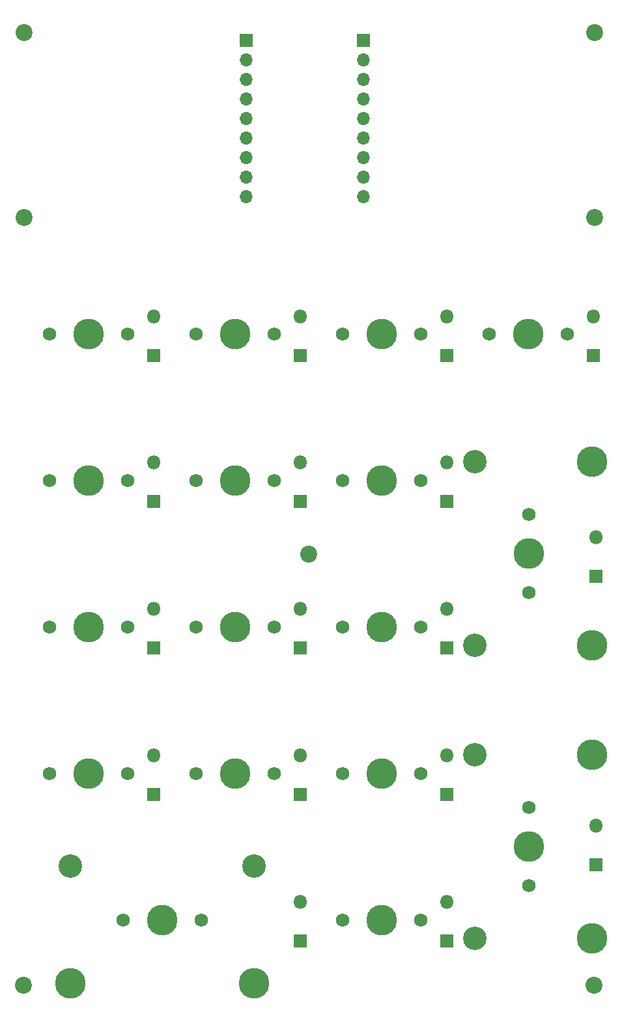
<source format=gbr>
G04 #@! TF.GenerationSoftware,KiCad,Pcbnew,7.0.1*
G04 #@! TF.CreationDate,2023-10-11T20:02:21-04:00*
G04 #@! TF.ProjectId,keyboard,6b657962-6f61-4726-942e-6b696361645f,rev?*
G04 #@! TF.SameCoordinates,Original*
G04 #@! TF.FileFunction,Soldermask,Top*
G04 #@! TF.FilePolarity,Negative*
%FSLAX46Y46*%
G04 Gerber Fmt 4.6, Leading zero omitted, Abs format (unit mm)*
G04 Created by KiCad (PCBNEW 7.0.1) date 2023-10-11 20:02:21*
%MOMM*%
%LPD*%
G01*
G04 APERTURE LIST*
%ADD10R,1.800000X1.800000*%
%ADD11O,1.800000X1.800000*%
%ADD12C,3.048000*%
%ADD13C,3.987800*%
%ADD14C,1.750000*%
%ADD15C,2.200000*%
%ADD16R,1.700000X1.700000*%
%ADD17O,1.700000X1.700000*%
G04 APERTURE END LIST*
D10*
X318050000Y-223110000D03*
D11*
X318050000Y-218030000D03*
D10*
X299000000Y-223110000D03*
D11*
X299000000Y-218030000D03*
D10*
X337440000Y-213230000D03*
D11*
X337440000Y-208150000D03*
D10*
X318050000Y-204060000D03*
D11*
X318050000Y-198980000D03*
D10*
X299000000Y-204060000D03*
D11*
X299000000Y-198980000D03*
D10*
X279950000Y-204060000D03*
D11*
X279950000Y-198980000D03*
D10*
X318050000Y-185010000D03*
D11*
X318050000Y-179930000D03*
D10*
X299000000Y-185010000D03*
D11*
X299000000Y-179930000D03*
D10*
X279950000Y-185010000D03*
D11*
X279950000Y-179930000D03*
D10*
X337440000Y-175730000D03*
D11*
X337440000Y-170650000D03*
D10*
X318050000Y-165960000D03*
D11*
X318050000Y-160880000D03*
D10*
X299000000Y-165960000D03*
D11*
X299000000Y-160880000D03*
D10*
X279950000Y-165960000D03*
D11*
X279950000Y-160880000D03*
D10*
X337100000Y-147005000D03*
D11*
X337100000Y-141925000D03*
D10*
X318050000Y-147000000D03*
D11*
X318050000Y-141920000D03*
D10*
X299000000Y-147000000D03*
D11*
X299000000Y-141920000D03*
D10*
X279950000Y-147000000D03*
D11*
X279950000Y-141920000D03*
D12*
X321700000Y-184676000D03*
D13*
X336940000Y-184676000D03*
D14*
X328685000Y-177818000D03*
D13*
X328685000Y-172738000D03*
D14*
X328685000Y-167658000D03*
D12*
X321700000Y-160800000D03*
D13*
X336940000Y-160800000D03*
D15*
X263100000Y-129100000D03*
D14*
X266430000Y-201330000D03*
D13*
X271510000Y-201330000D03*
D14*
X276590000Y-201330000D03*
D15*
X263000000Y-228900000D03*
D12*
X321700000Y-222776000D03*
D13*
X336940000Y-222776000D03*
D14*
X328685000Y-215918000D03*
D13*
X328685000Y-210838000D03*
D14*
X328685000Y-205758000D03*
D12*
X321700000Y-198900000D03*
D13*
X336940000Y-198900000D03*
D15*
X337300000Y-129100000D03*
D16*
X307250000Y-106000000D03*
D17*
X307250000Y-108540000D03*
X307250000Y-111080000D03*
X307250000Y-113620000D03*
X307250000Y-116160000D03*
X307250000Y-118700000D03*
X307250000Y-121240000D03*
X307250000Y-123780000D03*
X307250000Y-126320000D03*
D14*
X285480000Y-163230000D03*
D13*
X290560000Y-163230000D03*
D14*
X295640000Y-163230000D03*
X323580000Y-144180000D03*
D13*
X328660000Y-144180000D03*
D14*
X333740000Y-144180000D03*
D15*
X337200000Y-228900000D03*
D14*
X266430000Y-144180000D03*
D13*
X271510000Y-144180000D03*
D14*
X276590000Y-144180000D03*
D12*
X269097000Y-213395000D03*
D13*
X269097000Y-228635000D03*
D14*
X275955000Y-220380000D03*
D13*
X281035000Y-220380000D03*
D14*
X286115000Y-220380000D03*
D12*
X292973000Y-213395000D03*
D13*
X292973000Y-228635000D03*
D14*
X304530000Y-163230000D03*
D13*
X309610000Y-163230000D03*
D14*
X314690000Y-163230000D03*
X266430000Y-163230000D03*
D13*
X271510000Y-163230000D03*
D14*
X276590000Y-163230000D03*
X304530000Y-182280000D03*
D13*
X309610000Y-182280000D03*
D14*
X314690000Y-182280000D03*
X285480000Y-144180000D03*
D13*
X290560000Y-144180000D03*
D14*
X295640000Y-144180000D03*
X304530000Y-201330000D03*
D13*
X309610000Y-201330000D03*
D14*
X314690000Y-201330000D03*
X285480000Y-182280000D03*
D13*
X290560000Y-182280000D03*
D14*
X295640000Y-182280000D03*
X285480000Y-201330000D03*
D13*
X290560000Y-201330000D03*
D14*
X295640000Y-201330000D03*
D15*
X300100000Y-172800000D03*
D16*
X292000000Y-106000000D03*
D17*
X292000000Y-108540000D03*
X292000000Y-111080000D03*
X292000000Y-113620000D03*
X292000000Y-116160000D03*
X292000000Y-118700000D03*
X292000000Y-121240000D03*
X292000000Y-123780000D03*
X292000000Y-126320000D03*
D14*
X266430000Y-182280000D03*
D13*
X271510000Y-182280000D03*
D14*
X276590000Y-182280000D03*
X304530000Y-144180000D03*
D13*
X309610000Y-144180000D03*
D14*
X314690000Y-144180000D03*
D15*
X263100000Y-105000000D03*
X337300000Y-105000000D03*
D14*
X304530000Y-220380000D03*
D13*
X309610000Y-220380000D03*
D14*
X314690000Y-220380000D03*
M02*

</source>
